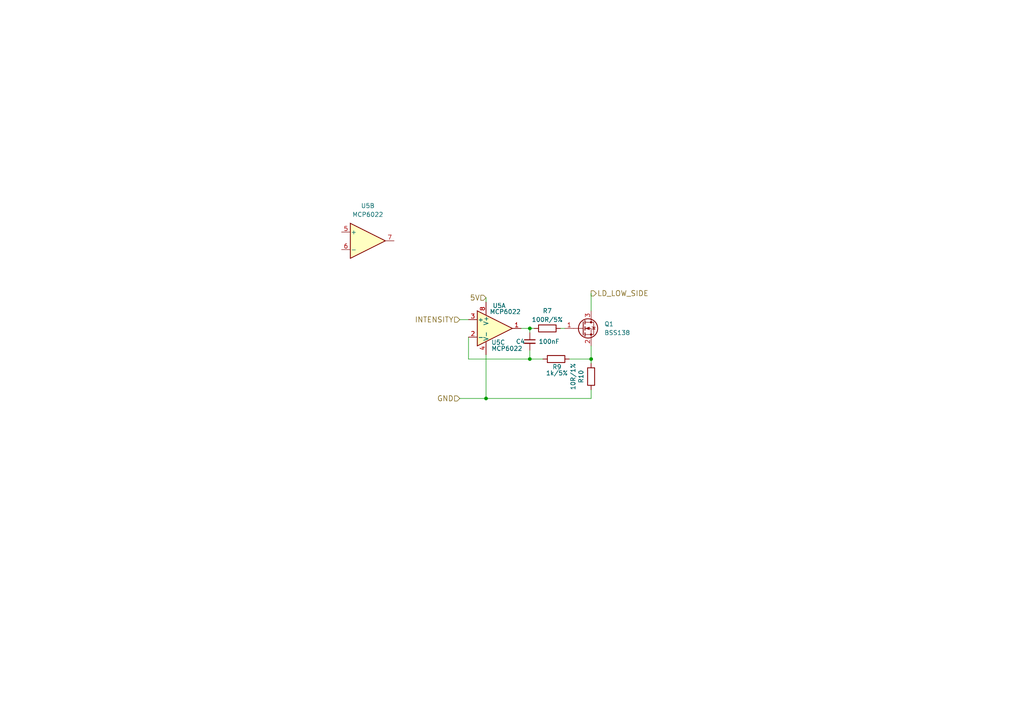
<source format=kicad_sch>
(kicad_sch (version 20231120) (generator "eeschema") (generator_version "8.0")
  (paper "A4")
  (lib_symbols
    (symbol "Amplifier_Operational:MCP6022" (pin_names (offset 0.127))
      (property "Reference" "U" (at 0 5.08 0))
      (property "Value" "MCP6022" (at 0 -5.08 0))
      (symbol "MCP6022_1_1"
        (polyline (pts (xy -5.08 5.08) (xy 5.08 0) (xy -5.08 -5.08) (xy -5.08 5.08)) (stroke (width 0.254)) (fill (type background)))
        (pin output line (at 7.62 0 180) (length 2.54) (name "~") (number "1"))
        (pin input line (at -7.62 -2.54 0) (length 2.54) (name "-") (number "2"))
        (pin input line (at -7.62 2.54 0) (length 2.54) (name "+") (number "3"))
      )
      (symbol "MCP6022_2_1"
        (polyline (pts (xy -5.08 5.08) (xy 5.08 0) (xy -5.08 -5.08) (xy -5.08 5.08)) (stroke (width 0.254)) (fill (type background)))
        (pin input line (at -7.62 2.54 0) (length 2.54) (name "+") (number "5"))
        (pin input line (at -7.62 -2.54 0) (length 2.54) (name "-") (number "6"))
        (pin output line (at 7.62 0 180) (length 2.54) (name "~") (number "7"))
      )
      (symbol "MCP6022_3_1"
        (pin power_in line (at -2.54 -7.62 90) (length 3.81) (name "V-") (number "4"))
        (pin power_in line (at -2.54 7.62 270) (length 3.81) (name "V+") (number "8"))
      )
    )
    (symbol "DVDLaserScanner-rescue:C_Small" (pin_numbers hide) (pin_names (offset 0.254) hide)
      (property "Reference" "C" (at 0.254 1.778 0))
      (property "Value" "C_Small" (at 0.254 -2.032 0))
      (symbol "C_Small_0_1"
        (polyline (pts (xy -1.524 -0.508) (xy 1.524 -0.508)) (stroke (width 0.3302)))
        (polyline (pts (xy -1.524 0.508) (xy 1.524 0.508)) (stroke (width 0.3048)))
      )
      (symbol "C_Small_1_1"
        (pin passive line (at 0 2.54 270) (length 2.032) (name "~") (number "1"))
        (pin passive line (at 0 -2.54 90) (length 2.032) (name "~") (number "2"))
      )
    )
    (symbol "DVDLaserScanner-rescue:R" (pin_numbers hide) (pin_names (offset 0))
      (property "Reference" "R" (at 2.032 0 90))
      (property "Value" "R" (at 0 0 90))
      (symbol "R_0_1"
        (rectangle (start -1.016 -2.54) (end 1.016 2.54) (stroke (width 0.254)))
      )
      (symbol "R_1_1"
        (pin passive line (at 0 3.81 270) (length 1.27) (name "~") (number "1"))
        (pin passive line (at 0 -3.81 90) (length 1.27) (name "~") (number "2"))
      )
    )
    (symbol "Transistor_FET:BSS138" (pin_names hide)
      (property "Reference" "Q" (at 5.08 1.905 0))
      (property "Value" "BSS138" (at 5.08 0 0))
      (symbol "BSS138_0_1"
        (polyline (pts (xy 0.254 0) (xy -2.54 0)))
        (polyline (pts (xy 0.254 1.905) (xy 0.254 -1.905)) (stroke (width 0.254)))
        (polyline (pts (xy 0.762 -1.27) (xy 0.762 -2.286)) (stroke (width 0.254)))
        (polyline (pts (xy 0.762 0.508) (xy 0.762 -0.508)) (stroke (width 0.254)))
        (polyline (pts (xy 0.762 2.286) (xy 0.762 1.27)) (stroke (width 0.254)))
        (polyline (pts (xy 2.54 2.54) (xy 2.54 1.778)))
        (polyline (pts (xy 2.54 -2.54) (xy 2.54 0) (xy 0.762 0)))
        (polyline (pts (xy 0.762 -1.778) (xy 3.302 -1.778) (xy 3.302 1.778) (xy 0.762 1.778)))
        (polyline (pts (xy 1.016 0) (xy 2.032 0.381) (xy 2.032 -0.381) (xy 1.016 0)) (fill (type outline)))
        (polyline (pts (xy 2.794 0.508) (xy 2.921 0.381) (xy 3.683 0.381) (xy 3.81 0.254)))
        (polyline (pts (xy 3.302 0.381) (xy 2.921 -0.254) (xy 3.683 -0.254) (xy 3.302 0.381)))
        (circle (center 1.651 0) (radius 2.794) (stroke (width 0.254)))
        (circle (center 2.54 -1.778) (radius 0.254) (fill (type outline)))
        (circle (center 2.54 1.778) (radius 0.254) (fill (type outline)))
      )
      (symbol "BSS138_1_1"
        (pin input line (at -5.08 0 0) (length 2.54) (name "G") (number "1"))
        (pin passive line (at 2.54 -5.08 90) (length 2.54) (name "S") (number "2"))
        (pin passive line (at 2.54 5.08 270) (length 2.54) (name "D") (number "3"))
      )
    )
  )
  (junction (at 171.45 104.14))
  (junction (at 153.67 95.25))
  (junction (at 153.67 104.14))
  (junction (at 140.97 115.57))
  (wire (pts (xy 171.45 104.14) (xy 171.45 105.41)))
  (wire (pts (xy 171.45 104.14) (xy 165.1 104.14)))
  (wire (pts (xy 153.67 104.14) (xy 157.48 104.14)))
  (wire (pts (xy 151.13 95.25) (xy 153.67 95.25)))
  (wire (pts (xy 171.45 100.33) (xy 171.45 104.14)))
  (wire (pts (xy 153.67 101.6) (xy 153.67 104.14)))
  (wire (pts (xy 133.35 92.71) (xy 135.89 92.71)))
  (wire (pts (xy 171.45 85.09) (xy 171.45 90.17)))
  (wire (pts (xy 140.97 115.57) (xy 171.45 115.57)))
  (wire (pts (xy 140.97 86.36) (xy 140.97 87.63)))
  (wire (pts (xy 153.67 95.25) (xy 153.67 96.52)))
  (wire (pts (xy 153.67 95.25) (xy 154.94 95.25)))
  (wire (pts (xy 133.35 115.57) (xy 140.97 115.57)))
  (wire (pts (xy 135.89 104.14) (xy 153.67 104.14)))
  (wire (pts (xy 135.89 104.14) (xy 135.89 97.79)))
  (wire (pts (xy 171.45 115.57) (xy 171.45 113.03)))
  (wire (pts (xy 162.56 95.25) (xy 163.83 95.25)))
  (wire (pts (xy 140.97 102.87) (xy 140.97 115.57)))
  (hierarchical_label "INTENSITY" (shape input) (at 133.35 92.71 180) (effects (font (size 1.524 1.524))))
  (hierarchical_label "GND" (shape input) (at 133.35 115.57 180) (effects (font (size 1.524 1.524))))
  (hierarchical_label "5V" (shape input) (at 140.97 86.36 180) (effects (font (size 1.524 1.524))))
  (hierarchical_label "LD_LOW_SIDE" (shape output) (at 171.45 85.09 0) (effects (font (size 1.524 1.524))))
  (symbol (lib_id "Amplifier_Operational:MCP6022") (at 106.68 69.85 0) (unit 2)
    (property "Reference" "U5" (at 106.68 59.69 0))
    (property "Value" "MCP6022" (at 106.68 62.23 0))
    (property "Datasheet" "http://ww1.microchip.com/downloads/en/devicedoc/20001685e.pdf" (effects (hide yes)))
    (property "Description" "Dual Operational Amplifiers, Rail-to-Rail Input/Output, DIP-8/SOIC-8/TSSOP-8" (effects (hide yes)))
  )
  (symbol (lib_id "DVDLaserScanner-rescue:R") (at 158.75 95.25 270) (unit 1)
    (property "Reference" "R7" (at 158.75 90.17 90))
    (property "Value" "100R/5%" (at 158.75 92.71 90))
    (property "Footprint" "GaudiLabsFootPrints:0805G" (effects (hide yes)))
  )
  (symbol (lib_id "Transistor_FET:BSS138") (at 168.91 95.25 0) (unit 1)
    (property "Reference" "Q1" (at 175.26 93.9799 0) (effects (justify left)))
    (property "Value" "BSS138" (at 175.26 96.5199 0) (effects (justify left)))
    (property "Footprint" "Package_TO_SOT_SMD:SOT-23" (effects (hide yes)))
    (property "Datasheet" "https://www.onsemi.com/pub/Collateral/BSS138-D.PDF" (effects (hide yes)))
    (property "Description" "50V Vds, 0.22A Id, N-Channel MOSFET, SOT-23" (effects (hide yes)))
  )
  (symbol (lib_id "DVDLaserScanner-rescue:C_Small") (at 153.67 99.06 0) (unit 1)
    (property "Reference" "C4" (at 149.606 99.06 0) (effects (justify left)))
    (property "Value" "100nF" (at 156.21 99.06 0) (effects (justify left)))
    (property "Footprint" "GaudiLabsFootPrints:0805G" (effects (hide yes)))
  )
  (symbol (lib_id "DVDLaserScanner-rescue:R") (at 171.45 109.22 180) (unit 1)
    (property "Reference" "R10" (at 168.529 109.22 90))
    (property "Value" "10R/1%" (at 166.2176 109.22 90))
    (property "Footprint" "GaudiLabsFootPrints:0805G" (effects (hide yes)))
  )
  (symbol (lib_id "Amplifier_Operational:MCP6022") (at 143.51 95.25 0) (unit 3)
    (property "Reference" "U5" (at 142.494 99.314 0) (effects (justify left)))
    (property "Value" "MCP6022" (at 142.494 101.092 0) (effects (justify left)))
    (property "Datasheet" "http://ww1.microchip.com/downloads/en/devicedoc/20001685e.pdf" (effects (hide yes)))
    (property "Description" "Dual Operational Amplifiers, Rail-to-Rail Input/Output, DIP-8/SOIC-8/TSSOP-8" (effects (hide yes)))
  )
  (symbol (lib_id "Amplifier_Operational:MCP6022") (at 143.51 95.25 0) (unit 1)
    (property "Reference" "U5" (at 144.78 88.646 0))
    (property "Value" "MCP6022" (at 146.558 90.424 0))
    (property "Datasheet" "http://ww1.microchip.com/downloads/en/devicedoc/20001685e.pdf" (effects (hide yes)))
    (property "Description" "Dual Operational Amplifiers, Rail-to-Rail Input/Output, DIP-8/SOIC-8/TSSOP-8" (effects (hide yes)))
  )
  (symbol (lib_id "DVDLaserScanner-rescue:R") (at 161.29 104.14 270) (unit 1)
    (property "Reference" "R9" (at 161.544 106.426 90))
    (property "Value" "1k/5%" (at 161.544 108.204 90))
    (property "Footprint" "GaudiLabsFootPrints:0805G" (effects (hide yes)))
  )
)
</source>
